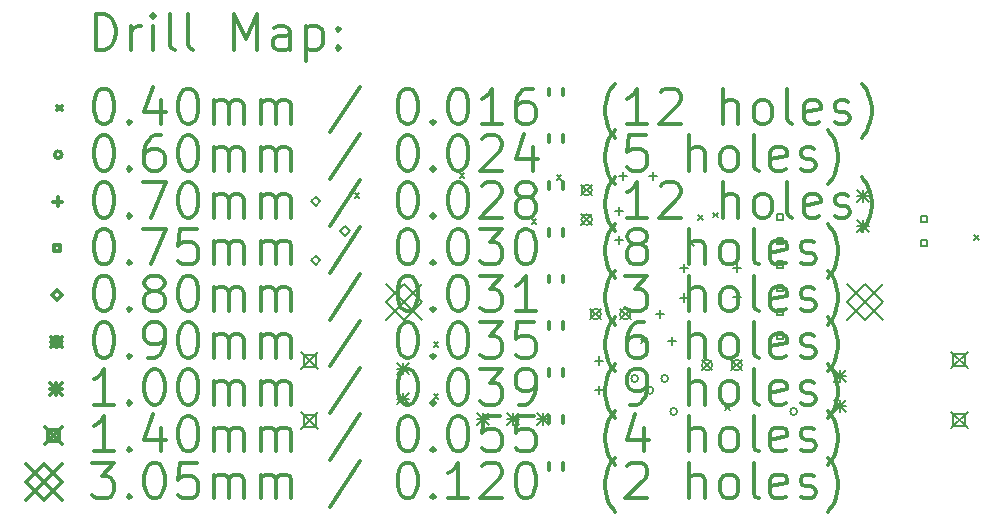
<source format=gbr>
%FSLAX45Y45*%
G04 Gerber Fmt 4.5, Leading zero omitted, Abs format (unit mm)*
G04 Created by KiCad (PCBNEW 5.1.5+dfsg1-2build2) date 2022-05-23 14:10:43*
%MOMM*%
%LPD*%
G04 APERTURE LIST*
%ADD10C,0.200000*%
%ADD11C,0.300000*%
G04 APERTURE END LIST*
D10*
X2480000Y-1680000D02*
X2520000Y-1720000D01*
X2520000Y-1680000D02*
X2480000Y-1720000D01*
X3150000Y-2940000D02*
X3190000Y-2980000D01*
X3190000Y-2940000D02*
X3150000Y-2980000D01*
X3150000Y-3380000D02*
X3190000Y-3420000D01*
X3190000Y-3380000D02*
X3150000Y-3420000D01*
X3369000Y-1511000D02*
X3409000Y-1551000D01*
X3409000Y-1511000D02*
X3369000Y-1551000D01*
X3980000Y-1900000D02*
X4020000Y-1940000D01*
X4020000Y-1900000D02*
X3980000Y-1940000D01*
X4190000Y-1530000D02*
X4230000Y-1570000D01*
X4230000Y-1530000D02*
X4190000Y-1570000D01*
X4907600Y-2913700D02*
X4947600Y-2953700D01*
X4947600Y-2913700D02*
X4907600Y-2953700D01*
X5314000Y-2088200D02*
X5354000Y-2128200D01*
X5354000Y-2088200D02*
X5314000Y-2128200D01*
X5390200Y-1870000D02*
X5430200Y-1910000D01*
X5430200Y-1870000D02*
X5390200Y-1910000D01*
X5517200Y-1846900D02*
X5557200Y-1886900D01*
X5557200Y-1846900D02*
X5517200Y-1886900D01*
X5620000Y-3480000D02*
X5660000Y-3520000D01*
X5660000Y-3480000D02*
X5620000Y-3520000D01*
X7727000Y-2037400D02*
X7767000Y-2077400D01*
X7767000Y-2037400D02*
X7727000Y-2077400D01*
X5211600Y-3530600D02*
G75*
G03X5211600Y-3530600I-30000J0D01*
G01*
X6227600Y-3530600D02*
G75*
G03X6227600Y-3530600I-30000J0D01*
G01*
X4881400Y-3251200D02*
G75*
G03X4881400Y-3251200I-30000J0D01*
G01*
X5010000Y-3350000D02*
G75*
G03X5010000Y-3350000I-30000J0D01*
G01*
X5135400Y-3251200D02*
G75*
G03X5135400Y-3251200I-30000J0D01*
G01*
X5270500Y-2280400D02*
X5270500Y-2350400D01*
X5235500Y-2315400D02*
X5305500Y-2315400D01*
X5270500Y-2530400D02*
X5270500Y-2600400D01*
X5235500Y-2565400D02*
X5305500Y-2565400D01*
X4546600Y-3063800D02*
X4546600Y-3133800D01*
X4511600Y-3098800D02*
X4581600Y-3098800D01*
X4546600Y-3313800D02*
X4546600Y-3383800D01*
X4511600Y-3348800D02*
X4581600Y-3348800D01*
X4753800Y-1501700D02*
X4753800Y-1571700D01*
X4718800Y-1536700D02*
X4788800Y-1536700D01*
X5003800Y-1501700D02*
X5003800Y-1571700D01*
X4968800Y-1536700D02*
X5038800Y-1536700D01*
X5715000Y-2276400D02*
X5715000Y-2346400D01*
X5680000Y-2311400D02*
X5750000Y-2311400D01*
X5715000Y-2526400D02*
X5715000Y-2596400D01*
X5680000Y-2561400D02*
X5750000Y-2561400D01*
X5063245Y-2672123D02*
X5063245Y-2742123D01*
X5028245Y-2707123D02*
X5098245Y-2707123D01*
X5168900Y-2898700D02*
X5168900Y-2968700D01*
X5133900Y-2933700D02*
X5203900Y-2933700D01*
X4720000Y-1795000D02*
X4720000Y-1865000D01*
X4685000Y-1830000D02*
X4755000Y-1830000D01*
X4720000Y-2045000D02*
X4720000Y-2115000D01*
X4685000Y-2080000D02*
X4755000Y-2080000D01*
X7326517Y-1926517D02*
X7326517Y-1873483D01*
X7273483Y-1873483D01*
X7273483Y-1926517D01*
X7326517Y-1926517D01*
X7326517Y-2126517D02*
X7326517Y-2073483D01*
X7273483Y-2073483D01*
X7273483Y-2126517D01*
X7326517Y-2126517D01*
X6107817Y-1911717D02*
X6107817Y-1858683D01*
X6054783Y-1858683D01*
X6054783Y-1911717D01*
X6107817Y-1911717D01*
X6107817Y-2111717D02*
X6107817Y-2058683D01*
X6054783Y-2058683D01*
X6054783Y-2111717D01*
X6107817Y-2111717D01*
X6107817Y-2311717D02*
X6107817Y-2258683D01*
X6054783Y-2258683D01*
X6054783Y-2311717D01*
X6107817Y-2311717D01*
X6107817Y-2511717D02*
X6107817Y-2458683D01*
X6054783Y-2458683D01*
X6054783Y-2511717D01*
X6107817Y-2511717D01*
X6107817Y-2711717D02*
X6107817Y-2658683D01*
X6054783Y-2658683D01*
X6054783Y-2711717D01*
X6107817Y-2711717D01*
X6107817Y-2911717D02*
X6107817Y-2858683D01*
X6054783Y-2858683D01*
X6054783Y-2911717D01*
X6107817Y-2911717D01*
X2150000Y-1790000D02*
X2190000Y-1750000D01*
X2150000Y-1710000D01*
X2110000Y-1750000D01*
X2150000Y-1790000D01*
X2150000Y-2290000D02*
X2190000Y-2250000D01*
X2150000Y-2210000D01*
X2110000Y-2250000D01*
X2150000Y-2290000D01*
X2400000Y-2040000D02*
X2440000Y-2000000D01*
X2400000Y-1960000D01*
X2360000Y-2000000D01*
X2400000Y-2040000D01*
X4476200Y-2660100D02*
X4566200Y-2750100D01*
X4566200Y-2660100D02*
X4476200Y-2750100D01*
X4566200Y-2705100D02*
G75*
G03X4566200Y-2705100I-45000J0D01*
G01*
X4726200Y-2660100D02*
X4816200Y-2750100D01*
X4816200Y-2660100D02*
X4726200Y-2750100D01*
X4816200Y-2705100D02*
G75*
G03X4816200Y-2705100I-45000J0D01*
G01*
X4400000Y-1610000D02*
X4490000Y-1700000D01*
X4490000Y-1610000D02*
X4400000Y-1700000D01*
X4490000Y-1655000D02*
G75*
G03X4490000Y-1655000I-45000J0D01*
G01*
X4400000Y-1860000D02*
X4490000Y-1950000D01*
X4490000Y-1860000D02*
X4400000Y-1950000D01*
X4490000Y-1905000D02*
G75*
G03X4490000Y-1905000I-45000J0D01*
G01*
X5420000Y-3091900D02*
X5510000Y-3181900D01*
X5510000Y-3091900D02*
X5420000Y-3181900D01*
X5510000Y-3136900D02*
G75*
G03X5510000Y-3136900I-45000J0D01*
G01*
X5670000Y-3091900D02*
X5760000Y-3181900D01*
X5760000Y-3091900D02*
X5670000Y-3181900D01*
X5760000Y-3136900D02*
G75*
G03X5760000Y-3136900I-45000J0D01*
G01*
X2840000Y-3116000D02*
X2940000Y-3216000D01*
X2940000Y-3116000D02*
X2840000Y-3216000D01*
X2890000Y-3116000D02*
X2890000Y-3216000D01*
X2840000Y-3166000D02*
X2940000Y-3166000D01*
X2840000Y-3370000D02*
X2940000Y-3470000D01*
X2940000Y-3370000D02*
X2840000Y-3470000D01*
X2890000Y-3370000D02*
X2890000Y-3470000D01*
X2840000Y-3420000D02*
X2940000Y-3420000D01*
X6540000Y-3176000D02*
X6640000Y-3276000D01*
X6640000Y-3176000D02*
X6540000Y-3276000D01*
X6590000Y-3176000D02*
X6590000Y-3276000D01*
X6540000Y-3226000D02*
X6640000Y-3226000D01*
X6540000Y-3430000D02*
X6640000Y-3530000D01*
X6640000Y-3430000D02*
X6540000Y-3530000D01*
X6590000Y-3430000D02*
X6590000Y-3530000D01*
X6540000Y-3480000D02*
X6640000Y-3480000D01*
X3518700Y-3544100D02*
X3618700Y-3644100D01*
X3618700Y-3544100D02*
X3518700Y-3644100D01*
X3568700Y-3544100D02*
X3568700Y-3644100D01*
X3518700Y-3594100D02*
X3618700Y-3594100D01*
X3772700Y-3544100D02*
X3872700Y-3644100D01*
X3872700Y-3544100D02*
X3772700Y-3644100D01*
X3822700Y-3544100D02*
X3822700Y-3644100D01*
X3772700Y-3594100D02*
X3872700Y-3594100D01*
X4026700Y-3544100D02*
X4126700Y-3644100D01*
X4126700Y-3544100D02*
X4026700Y-3644100D01*
X4076700Y-3544100D02*
X4076700Y-3644100D01*
X4026700Y-3594100D02*
X4126700Y-3594100D01*
X6731800Y-1651800D02*
X6831800Y-1751800D01*
X6831800Y-1651800D02*
X6731800Y-1751800D01*
X6781800Y-1651800D02*
X6781800Y-1751800D01*
X6731800Y-1701800D02*
X6831800Y-1701800D01*
X6731800Y-1905800D02*
X6831800Y-2005800D01*
X6831800Y-1905800D02*
X6731800Y-2005800D01*
X6781800Y-1905800D02*
X6781800Y-2005800D01*
X6731800Y-1955800D02*
X6831800Y-1955800D01*
X7530000Y-3022000D02*
X7670000Y-3162000D01*
X7670000Y-3022000D02*
X7530000Y-3162000D01*
X7649498Y-3141498D02*
X7649498Y-3042502D01*
X7550502Y-3042502D01*
X7550502Y-3141498D01*
X7649498Y-3141498D01*
X7530000Y-3530000D02*
X7670000Y-3670000D01*
X7670000Y-3530000D02*
X7530000Y-3670000D01*
X7649498Y-3649498D02*
X7649498Y-3550502D01*
X7550502Y-3550502D01*
X7550502Y-3649498D01*
X7649498Y-3649498D01*
X2030000Y-3030000D02*
X2170000Y-3170000D01*
X2170000Y-3030000D02*
X2030000Y-3170000D01*
X2149498Y-3149498D02*
X2149498Y-3050502D01*
X2050502Y-3050502D01*
X2050502Y-3149498D01*
X2149498Y-3149498D01*
X2030000Y-3538000D02*
X2170000Y-3678000D01*
X2170000Y-3538000D02*
X2030000Y-3678000D01*
X2149498Y-3657498D02*
X2149498Y-3558502D01*
X2050502Y-3558502D01*
X2050502Y-3657498D01*
X2149498Y-3657498D01*
X6647600Y-2447600D02*
X6952400Y-2752400D01*
X6952400Y-2447600D02*
X6647600Y-2752400D01*
X6800000Y-2752400D02*
X6952400Y-2600000D01*
X6800000Y-2447600D01*
X6647600Y-2600000D01*
X6800000Y-2752400D01*
X2747600Y-2447600D02*
X3052400Y-2752400D01*
X3052400Y-2447600D02*
X2747600Y-2752400D01*
X2900000Y-2752400D02*
X3052400Y-2600000D01*
X2900000Y-2447600D01*
X2747600Y-2600000D01*
X2900000Y-2752400D01*
D11*
X286429Y-465714D02*
X286429Y-165714D01*
X357857Y-165714D01*
X400714Y-180000D01*
X429286Y-208571D01*
X443571Y-237143D01*
X457857Y-294286D01*
X457857Y-337143D01*
X443571Y-394286D01*
X429286Y-422857D01*
X400714Y-451428D01*
X357857Y-465714D01*
X286429Y-465714D01*
X586429Y-465714D02*
X586429Y-265714D01*
X586429Y-322857D02*
X600714Y-294286D01*
X615000Y-280000D01*
X643571Y-265714D01*
X672143Y-265714D01*
X772143Y-465714D02*
X772143Y-265714D01*
X772143Y-165714D02*
X757857Y-180000D01*
X772143Y-194286D01*
X786428Y-180000D01*
X772143Y-165714D01*
X772143Y-194286D01*
X957857Y-465714D02*
X929286Y-451428D01*
X915000Y-422857D01*
X915000Y-165714D01*
X1115000Y-465714D02*
X1086429Y-451428D01*
X1072143Y-422857D01*
X1072143Y-165714D01*
X1457857Y-465714D02*
X1457857Y-165714D01*
X1557857Y-380000D01*
X1657857Y-165714D01*
X1657857Y-465714D01*
X1929286Y-465714D02*
X1929286Y-308571D01*
X1915000Y-280000D01*
X1886428Y-265714D01*
X1829286Y-265714D01*
X1800714Y-280000D01*
X1929286Y-451428D02*
X1900714Y-465714D01*
X1829286Y-465714D01*
X1800714Y-451428D01*
X1786428Y-422857D01*
X1786428Y-394286D01*
X1800714Y-365714D01*
X1829286Y-351428D01*
X1900714Y-351428D01*
X1929286Y-337143D01*
X2072143Y-265714D02*
X2072143Y-565714D01*
X2072143Y-280000D02*
X2100714Y-265714D01*
X2157857Y-265714D01*
X2186429Y-280000D01*
X2200714Y-294286D01*
X2215000Y-322857D01*
X2215000Y-408571D01*
X2200714Y-437143D01*
X2186429Y-451428D01*
X2157857Y-465714D01*
X2100714Y-465714D01*
X2072143Y-451428D01*
X2343571Y-437143D02*
X2357857Y-451428D01*
X2343571Y-465714D01*
X2329286Y-451428D01*
X2343571Y-437143D01*
X2343571Y-465714D01*
X2343571Y-280000D02*
X2357857Y-294286D01*
X2343571Y-308571D01*
X2329286Y-294286D01*
X2343571Y-280000D01*
X2343571Y-308571D01*
X-40000Y-940000D02*
X0Y-980000D01*
X0Y-940000D02*
X-40000Y-980000D01*
X343571Y-795714D02*
X372143Y-795714D01*
X400714Y-810000D01*
X415000Y-824286D01*
X429286Y-852857D01*
X443571Y-910000D01*
X443571Y-981428D01*
X429286Y-1038571D01*
X415000Y-1067143D01*
X400714Y-1081429D01*
X372143Y-1095714D01*
X343571Y-1095714D01*
X315000Y-1081429D01*
X300714Y-1067143D01*
X286429Y-1038571D01*
X272143Y-981428D01*
X272143Y-910000D01*
X286429Y-852857D01*
X300714Y-824286D01*
X315000Y-810000D01*
X343571Y-795714D01*
X572143Y-1067143D02*
X586429Y-1081429D01*
X572143Y-1095714D01*
X557857Y-1081429D01*
X572143Y-1067143D01*
X572143Y-1095714D01*
X843571Y-895714D02*
X843571Y-1095714D01*
X772143Y-781428D02*
X700714Y-995714D01*
X886428Y-995714D01*
X1057857Y-795714D02*
X1086429Y-795714D01*
X1115000Y-810000D01*
X1129286Y-824286D01*
X1143571Y-852857D01*
X1157857Y-910000D01*
X1157857Y-981428D01*
X1143571Y-1038571D01*
X1129286Y-1067143D01*
X1115000Y-1081429D01*
X1086429Y-1095714D01*
X1057857Y-1095714D01*
X1029286Y-1081429D01*
X1015000Y-1067143D01*
X1000714Y-1038571D01*
X986428Y-981428D01*
X986428Y-910000D01*
X1000714Y-852857D01*
X1015000Y-824286D01*
X1029286Y-810000D01*
X1057857Y-795714D01*
X1286429Y-1095714D02*
X1286429Y-895714D01*
X1286429Y-924286D02*
X1300714Y-910000D01*
X1329286Y-895714D01*
X1372143Y-895714D01*
X1400714Y-910000D01*
X1415000Y-938571D01*
X1415000Y-1095714D01*
X1415000Y-938571D02*
X1429286Y-910000D01*
X1457857Y-895714D01*
X1500714Y-895714D01*
X1529286Y-910000D01*
X1543571Y-938571D01*
X1543571Y-1095714D01*
X1686428Y-1095714D02*
X1686428Y-895714D01*
X1686428Y-924286D02*
X1700714Y-910000D01*
X1729286Y-895714D01*
X1772143Y-895714D01*
X1800714Y-910000D01*
X1815000Y-938571D01*
X1815000Y-1095714D01*
X1815000Y-938571D02*
X1829286Y-910000D01*
X1857857Y-895714D01*
X1900714Y-895714D01*
X1929286Y-910000D01*
X1943571Y-938571D01*
X1943571Y-1095714D01*
X2529286Y-781428D02*
X2272143Y-1167143D01*
X2915000Y-795714D02*
X2943571Y-795714D01*
X2972143Y-810000D01*
X2986428Y-824286D01*
X3000714Y-852857D01*
X3015000Y-910000D01*
X3015000Y-981428D01*
X3000714Y-1038571D01*
X2986428Y-1067143D01*
X2972143Y-1081429D01*
X2943571Y-1095714D01*
X2915000Y-1095714D01*
X2886428Y-1081429D01*
X2872143Y-1067143D01*
X2857857Y-1038571D01*
X2843571Y-981428D01*
X2843571Y-910000D01*
X2857857Y-852857D01*
X2872143Y-824286D01*
X2886428Y-810000D01*
X2915000Y-795714D01*
X3143571Y-1067143D02*
X3157857Y-1081429D01*
X3143571Y-1095714D01*
X3129286Y-1081429D01*
X3143571Y-1067143D01*
X3143571Y-1095714D01*
X3343571Y-795714D02*
X3372143Y-795714D01*
X3400714Y-810000D01*
X3415000Y-824286D01*
X3429286Y-852857D01*
X3443571Y-910000D01*
X3443571Y-981428D01*
X3429286Y-1038571D01*
X3415000Y-1067143D01*
X3400714Y-1081429D01*
X3372143Y-1095714D01*
X3343571Y-1095714D01*
X3315000Y-1081429D01*
X3300714Y-1067143D01*
X3286428Y-1038571D01*
X3272143Y-981428D01*
X3272143Y-910000D01*
X3286428Y-852857D01*
X3300714Y-824286D01*
X3315000Y-810000D01*
X3343571Y-795714D01*
X3729286Y-1095714D02*
X3557857Y-1095714D01*
X3643571Y-1095714D02*
X3643571Y-795714D01*
X3615000Y-838571D01*
X3586428Y-867143D01*
X3557857Y-881428D01*
X3986428Y-795714D02*
X3929286Y-795714D01*
X3900714Y-810000D01*
X3886428Y-824286D01*
X3857857Y-867143D01*
X3843571Y-924286D01*
X3843571Y-1038571D01*
X3857857Y-1067143D01*
X3872143Y-1081429D01*
X3900714Y-1095714D01*
X3957857Y-1095714D01*
X3986428Y-1081429D01*
X4000714Y-1067143D01*
X4015000Y-1038571D01*
X4015000Y-967143D01*
X4000714Y-938571D01*
X3986428Y-924286D01*
X3957857Y-910000D01*
X3900714Y-910000D01*
X3872143Y-924286D01*
X3857857Y-938571D01*
X3843571Y-967143D01*
X4129286Y-795714D02*
X4129286Y-852857D01*
X4243571Y-795714D02*
X4243571Y-852857D01*
X4686429Y-1210000D02*
X4672143Y-1195714D01*
X4643571Y-1152857D01*
X4629286Y-1124286D01*
X4615000Y-1081429D01*
X4600714Y-1010000D01*
X4600714Y-952857D01*
X4615000Y-881428D01*
X4629286Y-838571D01*
X4643571Y-810000D01*
X4672143Y-767143D01*
X4686429Y-752857D01*
X4957857Y-1095714D02*
X4786429Y-1095714D01*
X4872143Y-1095714D02*
X4872143Y-795714D01*
X4843571Y-838571D01*
X4815000Y-867143D01*
X4786429Y-881428D01*
X5072143Y-824286D02*
X5086429Y-810000D01*
X5115000Y-795714D01*
X5186429Y-795714D01*
X5215000Y-810000D01*
X5229286Y-824286D01*
X5243571Y-852857D01*
X5243571Y-881428D01*
X5229286Y-924286D01*
X5057857Y-1095714D01*
X5243571Y-1095714D01*
X5600714Y-1095714D02*
X5600714Y-795714D01*
X5729286Y-1095714D02*
X5729286Y-938571D01*
X5715000Y-910000D01*
X5686428Y-895714D01*
X5643571Y-895714D01*
X5615000Y-910000D01*
X5600714Y-924286D01*
X5915000Y-1095714D02*
X5886428Y-1081429D01*
X5872143Y-1067143D01*
X5857857Y-1038571D01*
X5857857Y-952857D01*
X5872143Y-924286D01*
X5886428Y-910000D01*
X5915000Y-895714D01*
X5957857Y-895714D01*
X5986428Y-910000D01*
X6000714Y-924286D01*
X6015000Y-952857D01*
X6015000Y-1038571D01*
X6000714Y-1067143D01*
X5986428Y-1081429D01*
X5957857Y-1095714D01*
X5915000Y-1095714D01*
X6186428Y-1095714D02*
X6157857Y-1081429D01*
X6143571Y-1052857D01*
X6143571Y-795714D01*
X6415000Y-1081429D02*
X6386428Y-1095714D01*
X6329286Y-1095714D01*
X6300714Y-1081429D01*
X6286428Y-1052857D01*
X6286428Y-938571D01*
X6300714Y-910000D01*
X6329286Y-895714D01*
X6386428Y-895714D01*
X6415000Y-910000D01*
X6429286Y-938571D01*
X6429286Y-967143D01*
X6286428Y-995714D01*
X6543571Y-1081429D02*
X6572143Y-1095714D01*
X6629286Y-1095714D01*
X6657857Y-1081429D01*
X6672143Y-1052857D01*
X6672143Y-1038571D01*
X6657857Y-1010000D01*
X6629286Y-995714D01*
X6586428Y-995714D01*
X6557857Y-981428D01*
X6543571Y-952857D01*
X6543571Y-938571D01*
X6557857Y-910000D01*
X6586428Y-895714D01*
X6629286Y-895714D01*
X6657857Y-910000D01*
X6772143Y-1210000D02*
X6786428Y-1195714D01*
X6815000Y-1152857D01*
X6829286Y-1124286D01*
X6843571Y-1081429D01*
X6857857Y-1010000D01*
X6857857Y-952857D01*
X6843571Y-881428D01*
X6829286Y-838571D01*
X6815000Y-810000D01*
X6786428Y-767143D01*
X6772143Y-752857D01*
X0Y-1356000D02*
G75*
G03X0Y-1356000I-30000J0D01*
G01*
X343571Y-1191714D02*
X372143Y-1191714D01*
X400714Y-1206000D01*
X415000Y-1220286D01*
X429286Y-1248857D01*
X443571Y-1306000D01*
X443571Y-1377429D01*
X429286Y-1434571D01*
X415000Y-1463143D01*
X400714Y-1477428D01*
X372143Y-1491714D01*
X343571Y-1491714D01*
X315000Y-1477428D01*
X300714Y-1463143D01*
X286429Y-1434571D01*
X272143Y-1377429D01*
X272143Y-1306000D01*
X286429Y-1248857D01*
X300714Y-1220286D01*
X315000Y-1206000D01*
X343571Y-1191714D01*
X572143Y-1463143D02*
X586429Y-1477428D01*
X572143Y-1491714D01*
X557857Y-1477428D01*
X572143Y-1463143D01*
X572143Y-1491714D01*
X843571Y-1191714D02*
X786428Y-1191714D01*
X757857Y-1206000D01*
X743571Y-1220286D01*
X715000Y-1263143D01*
X700714Y-1320286D01*
X700714Y-1434571D01*
X715000Y-1463143D01*
X729286Y-1477428D01*
X757857Y-1491714D01*
X815000Y-1491714D01*
X843571Y-1477428D01*
X857857Y-1463143D01*
X872143Y-1434571D01*
X872143Y-1363143D01*
X857857Y-1334571D01*
X843571Y-1320286D01*
X815000Y-1306000D01*
X757857Y-1306000D01*
X729286Y-1320286D01*
X715000Y-1334571D01*
X700714Y-1363143D01*
X1057857Y-1191714D02*
X1086429Y-1191714D01*
X1115000Y-1206000D01*
X1129286Y-1220286D01*
X1143571Y-1248857D01*
X1157857Y-1306000D01*
X1157857Y-1377429D01*
X1143571Y-1434571D01*
X1129286Y-1463143D01*
X1115000Y-1477428D01*
X1086429Y-1491714D01*
X1057857Y-1491714D01*
X1029286Y-1477428D01*
X1015000Y-1463143D01*
X1000714Y-1434571D01*
X986428Y-1377429D01*
X986428Y-1306000D01*
X1000714Y-1248857D01*
X1015000Y-1220286D01*
X1029286Y-1206000D01*
X1057857Y-1191714D01*
X1286429Y-1491714D02*
X1286429Y-1291714D01*
X1286429Y-1320286D02*
X1300714Y-1306000D01*
X1329286Y-1291714D01*
X1372143Y-1291714D01*
X1400714Y-1306000D01*
X1415000Y-1334571D01*
X1415000Y-1491714D01*
X1415000Y-1334571D02*
X1429286Y-1306000D01*
X1457857Y-1291714D01*
X1500714Y-1291714D01*
X1529286Y-1306000D01*
X1543571Y-1334571D01*
X1543571Y-1491714D01*
X1686428Y-1491714D02*
X1686428Y-1291714D01*
X1686428Y-1320286D02*
X1700714Y-1306000D01*
X1729286Y-1291714D01*
X1772143Y-1291714D01*
X1800714Y-1306000D01*
X1815000Y-1334571D01*
X1815000Y-1491714D01*
X1815000Y-1334571D02*
X1829286Y-1306000D01*
X1857857Y-1291714D01*
X1900714Y-1291714D01*
X1929286Y-1306000D01*
X1943571Y-1334571D01*
X1943571Y-1491714D01*
X2529286Y-1177429D02*
X2272143Y-1563143D01*
X2915000Y-1191714D02*
X2943571Y-1191714D01*
X2972143Y-1206000D01*
X2986428Y-1220286D01*
X3000714Y-1248857D01*
X3015000Y-1306000D01*
X3015000Y-1377429D01*
X3000714Y-1434571D01*
X2986428Y-1463143D01*
X2972143Y-1477428D01*
X2943571Y-1491714D01*
X2915000Y-1491714D01*
X2886428Y-1477428D01*
X2872143Y-1463143D01*
X2857857Y-1434571D01*
X2843571Y-1377429D01*
X2843571Y-1306000D01*
X2857857Y-1248857D01*
X2872143Y-1220286D01*
X2886428Y-1206000D01*
X2915000Y-1191714D01*
X3143571Y-1463143D02*
X3157857Y-1477428D01*
X3143571Y-1491714D01*
X3129286Y-1477428D01*
X3143571Y-1463143D01*
X3143571Y-1491714D01*
X3343571Y-1191714D02*
X3372143Y-1191714D01*
X3400714Y-1206000D01*
X3415000Y-1220286D01*
X3429286Y-1248857D01*
X3443571Y-1306000D01*
X3443571Y-1377429D01*
X3429286Y-1434571D01*
X3415000Y-1463143D01*
X3400714Y-1477428D01*
X3372143Y-1491714D01*
X3343571Y-1491714D01*
X3315000Y-1477428D01*
X3300714Y-1463143D01*
X3286428Y-1434571D01*
X3272143Y-1377429D01*
X3272143Y-1306000D01*
X3286428Y-1248857D01*
X3300714Y-1220286D01*
X3315000Y-1206000D01*
X3343571Y-1191714D01*
X3557857Y-1220286D02*
X3572143Y-1206000D01*
X3600714Y-1191714D01*
X3672143Y-1191714D01*
X3700714Y-1206000D01*
X3715000Y-1220286D01*
X3729286Y-1248857D01*
X3729286Y-1277429D01*
X3715000Y-1320286D01*
X3543571Y-1491714D01*
X3729286Y-1491714D01*
X3986428Y-1291714D02*
X3986428Y-1491714D01*
X3915000Y-1177429D02*
X3843571Y-1391714D01*
X4029286Y-1391714D01*
X4129286Y-1191714D02*
X4129286Y-1248857D01*
X4243571Y-1191714D02*
X4243571Y-1248857D01*
X4686429Y-1606000D02*
X4672143Y-1591714D01*
X4643571Y-1548857D01*
X4629286Y-1520286D01*
X4615000Y-1477428D01*
X4600714Y-1406000D01*
X4600714Y-1348857D01*
X4615000Y-1277429D01*
X4629286Y-1234571D01*
X4643571Y-1206000D01*
X4672143Y-1163143D01*
X4686429Y-1148857D01*
X4943571Y-1191714D02*
X4800714Y-1191714D01*
X4786429Y-1334571D01*
X4800714Y-1320286D01*
X4829286Y-1306000D01*
X4900714Y-1306000D01*
X4929286Y-1320286D01*
X4943571Y-1334571D01*
X4957857Y-1363143D01*
X4957857Y-1434571D01*
X4943571Y-1463143D01*
X4929286Y-1477428D01*
X4900714Y-1491714D01*
X4829286Y-1491714D01*
X4800714Y-1477428D01*
X4786429Y-1463143D01*
X5315000Y-1491714D02*
X5315000Y-1191714D01*
X5443571Y-1491714D02*
X5443571Y-1334571D01*
X5429286Y-1306000D01*
X5400714Y-1291714D01*
X5357857Y-1291714D01*
X5329286Y-1306000D01*
X5315000Y-1320286D01*
X5629286Y-1491714D02*
X5600714Y-1477428D01*
X5586429Y-1463143D01*
X5572143Y-1434571D01*
X5572143Y-1348857D01*
X5586429Y-1320286D01*
X5600714Y-1306000D01*
X5629286Y-1291714D01*
X5672143Y-1291714D01*
X5700714Y-1306000D01*
X5715000Y-1320286D01*
X5729286Y-1348857D01*
X5729286Y-1434571D01*
X5715000Y-1463143D01*
X5700714Y-1477428D01*
X5672143Y-1491714D01*
X5629286Y-1491714D01*
X5900714Y-1491714D02*
X5872143Y-1477428D01*
X5857857Y-1448857D01*
X5857857Y-1191714D01*
X6129286Y-1477428D02*
X6100714Y-1491714D01*
X6043571Y-1491714D01*
X6015000Y-1477428D01*
X6000714Y-1448857D01*
X6000714Y-1334571D01*
X6015000Y-1306000D01*
X6043571Y-1291714D01*
X6100714Y-1291714D01*
X6129286Y-1306000D01*
X6143571Y-1334571D01*
X6143571Y-1363143D01*
X6000714Y-1391714D01*
X6257857Y-1477428D02*
X6286428Y-1491714D01*
X6343571Y-1491714D01*
X6372143Y-1477428D01*
X6386428Y-1448857D01*
X6386428Y-1434571D01*
X6372143Y-1406000D01*
X6343571Y-1391714D01*
X6300714Y-1391714D01*
X6272143Y-1377429D01*
X6257857Y-1348857D01*
X6257857Y-1334571D01*
X6272143Y-1306000D01*
X6300714Y-1291714D01*
X6343571Y-1291714D01*
X6372143Y-1306000D01*
X6486428Y-1606000D02*
X6500714Y-1591714D01*
X6529286Y-1548857D01*
X6543571Y-1520286D01*
X6557857Y-1477428D01*
X6572143Y-1406000D01*
X6572143Y-1348857D01*
X6557857Y-1277429D01*
X6543571Y-1234571D01*
X6529286Y-1206000D01*
X6500714Y-1163143D01*
X6486428Y-1148857D01*
X-35000Y-1717000D02*
X-35000Y-1787000D01*
X-70000Y-1752000D02*
X0Y-1752000D01*
X343571Y-1587714D02*
X372143Y-1587714D01*
X400714Y-1602000D01*
X415000Y-1616286D01*
X429286Y-1644857D01*
X443571Y-1702000D01*
X443571Y-1773428D01*
X429286Y-1830571D01*
X415000Y-1859143D01*
X400714Y-1873428D01*
X372143Y-1887714D01*
X343571Y-1887714D01*
X315000Y-1873428D01*
X300714Y-1859143D01*
X286429Y-1830571D01*
X272143Y-1773428D01*
X272143Y-1702000D01*
X286429Y-1644857D01*
X300714Y-1616286D01*
X315000Y-1602000D01*
X343571Y-1587714D01*
X572143Y-1859143D02*
X586429Y-1873428D01*
X572143Y-1887714D01*
X557857Y-1873428D01*
X572143Y-1859143D01*
X572143Y-1887714D01*
X686429Y-1587714D02*
X886428Y-1587714D01*
X757857Y-1887714D01*
X1057857Y-1587714D02*
X1086429Y-1587714D01*
X1115000Y-1602000D01*
X1129286Y-1616286D01*
X1143571Y-1644857D01*
X1157857Y-1702000D01*
X1157857Y-1773428D01*
X1143571Y-1830571D01*
X1129286Y-1859143D01*
X1115000Y-1873428D01*
X1086429Y-1887714D01*
X1057857Y-1887714D01*
X1029286Y-1873428D01*
X1015000Y-1859143D01*
X1000714Y-1830571D01*
X986428Y-1773428D01*
X986428Y-1702000D01*
X1000714Y-1644857D01*
X1015000Y-1616286D01*
X1029286Y-1602000D01*
X1057857Y-1587714D01*
X1286429Y-1887714D02*
X1286429Y-1687714D01*
X1286429Y-1716286D02*
X1300714Y-1702000D01*
X1329286Y-1687714D01*
X1372143Y-1687714D01*
X1400714Y-1702000D01*
X1415000Y-1730571D01*
X1415000Y-1887714D01*
X1415000Y-1730571D02*
X1429286Y-1702000D01*
X1457857Y-1687714D01*
X1500714Y-1687714D01*
X1529286Y-1702000D01*
X1543571Y-1730571D01*
X1543571Y-1887714D01*
X1686428Y-1887714D02*
X1686428Y-1687714D01*
X1686428Y-1716286D02*
X1700714Y-1702000D01*
X1729286Y-1687714D01*
X1772143Y-1687714D01*
X1800714Y-1702000D01*
X1815000Y-1730571D01*
X1815000Y-1887714D01*
X1815000Y-1730571D02*
X1829286Y-1702000D01*
X1857857Y-1687714D01*
X1900714Y-1687714D01*
X1929286Y-1702000D01*
X1943571Y-1730571D01*
X1943571Y-1887714D01*
X2529286Y-1573428D02*
X2272143Y-1959143D01*
X2915000Y-1587714D02*
X2943571Y-1587714D01*
X2972143Y-1602000D01*
X2986428Y-1616286D01*
X3000714Y-1644857D01*
X3015000Y-1702000D01*
X3015000Y-1773428D01*
X3000714Y-1830571D01*
X2986428Y-1859143D01*
X2972143Y-1873428D01*
X2943571Y-1887714D01*
X2915000Y-1887714D01*
X2886428Y-1873428D01*
X2872143Y-1859143D01*
X2857857Y-1830571D01*
X2843571Y-1773428D01*
X2843571Y-1702000D01*
X2857857Y-1644857D01*
X2872143Y-1616286D01*
X2886428Y-1602000D01*
X2915000Y-1587714D01*
X3143571Y-1859143D02*
X3157857Y-1873428D01*
X3143571Y-1887714D01*
X3129286Y-1873428D01*
X3143571Y-1859143D01*
X3143571Y-1887714D01*
X3343571Y-1587714D02*
X3372143Y-1587714D01*
X3400714Y-1602000D01*
X3415000Y-1616286D01*
X3429286Y-1644857D01*
X3443571Y-1702000D01*
X3443571Y-1773428D01*
X3429286Y-1830571D01*
X3415000Y-1859143D01*
X3400714Y-1873428D01*
X3372143Y-1887714D01*
X3343571Y-1887714D01*
X3315000Y-1873428D01*
X3300714Y-1859143D01*
X3286428Y-1830571D01*
X3272143Y-1773428D01*
X3272143Y-1702000D01*
X3286428Y-1644857D01*
X3300714Y-1616286D01*
X3315000Y-1602000D01*
X3343571Y-1587714D01*
X3557857Y-1616286D02*
X3572143Y-1602000D01*
X3600714Y-1587714D01*
X3672143Y-1587714D01*
X3700714Y-1602000D01*
X3715000Y-1616286D01*
X3729286Y-1644857D01*
X3729286Y-1673428D01*
X3715000Y-1716286D01*
X3543571Y-1887714D01*
X3729286Y-1887714D01*
X3900714Y-1716286D02*
X3872143Y-1702000D01*
X3857857Y-1687714D01*
X3843571Y-1659143D01*
X3843571Y-1644857D01*
X3857857Y-1616286D01*
X3872143Y-1602000D01*
X3900714Y-1587714D01*
X3957857Y-1587714D01*
X3986428Y-1602000D01*
X4000714Y-1616286D01*
X4015000Y-1644857D01*
X4015000Y-1659143D01*
X4000714Y-1687714D01*
X3986428Y-1702000D01*
X3957857Y-1716286D01*
X3900714Y-1716286D01*
X3872143Y-1730571D01*
X3857857Y-1744857D01*
X3843571Y-1773428D01*
X3843571Y-1830571D01*
X3857857Y-1859143D01*
X3872143Y-1873428D01*
X3900714Y-1887714D01*
X3957857Y-1887714D01*
X3986428Y-1873428D01*
X4000714Y-1859143D01*
X4015000Y-1830571D01*
X4015000Y-1773428D01*
X4000714Y-1744857D01*
X3986428Y-1730571D01*
X3957857Y-1716286D01*
X4129286Y-1587714D02*
X4129286Y-1644857D01*
X4243571Y-1587714D02*
X4243571Y-1644857D01*
X4686429Y-2002000D02*
X4672143Y-1987714D01*
X4643571Y-1944857D01*
X4629286Y-1916286D01*
X4615000Y-1873428D01*
X4600714Y-1802000D01*
X4600714Y-1744857D01*
X4615000Y-1673428D01*
X4629286Y-1630571D01*
X4643571Y-1602000D01*
X4672143Y-1559143D01*
X4686429Y-1544857D01*
X4957857Y-1887714D02*
X4786429Y-1887714D01*
X4872143Y-1887714D02*
X4872143Y-1587714D01*
X4843571Y-1630571D01*
X4815000Y-1659143D01*
X4786429Y-1673428D01*
X5072143Y-1616286D02*
X5086429Y-1602000D01*
X5115000Y-1587714D01*
X5186429Y-1587714D01*
X5215000Y-1602000D01*
X5229286Y-1616286D01*
X5243571Y-1644857D01*
X5243571Y-1673428D01*
X5229286Y-1716286D01*
X5057857Y-1887714D01*
X5243571Y-1887714D01*
X5600714Y-1887714D02*
X5600714Y-1587714D01*
X5729286Y-1887714D02*
X5729286Y-1730571D01*
X5715000Y-1702000D01*
X5686428Y-1687714D01*
X5643571Y-1687714D01*
X5615000Y-1702000D01*
X5600714Y-1716286D01*
X5915000Y-1887714D02*
X5886428Y-1873428D01*
X5872143Y-1859143D01*
X5857857Y-1830571D01*
X5857857Y-1744857D01*
X5872143Y-1716286D01*
X5886428Y-1702000D01*
X5915000Y-1687714D01*
X5957857Y-1687714D01*
X5986428Y-1702000D01*
X6000714Y-1716286D01*
X6015000Y-1744857D01*
X6015000Y-1830571D01*
X6000714Y-1859143D01*
X5986428Y-1873428D01*
X5957857Y-1887714D01*
X5915000Y-1887714D01*
X6186428Y-1887714D02*
X6157857Y-1873428D01*
X6143571Y-1844857D01*
X6143571Y-1587714D01*
X6415000Y-1873428D02*
X6386428Y-1887714D01*
X6329286Y-1887714D01*
X6300714Y-1873428D01*
X6286428Y-1844857D01*
X6286428Y-1730571D01*
X6300714Y-1702000D01*
X6329286Y-1687714D01*
X6386428Y-1687714D01*
X6415000Y-1702000D01*
X6429286Y-1730571D01*
X6429286Y-1759143D01*
X6286428Y-1787714D01*
X6543571Y-1873428D02*
X6572143Y-1887714D01*
X6629286Y-1887714D01*
X6657857Y-1873428D01*
X6672143Y-1844857D01*
X6672143Y-1830571D01*
X6657857Y-1802000D01*
X6629286Y-1787714D01*
X6586428Y-1787714D01*
X6557857Y-1773428D01*
X6543571Y-1744857D01*
X6543571Y-1730571D01*
X6557857Y-1702000D01*
X6586428Y-1687714D01*
X6629286Y-1687714D01*
X6657857Y-1702000D01*
X6772143Y-2002000D02*
X6786428Y-1987714D01*
X6815000Y-1944857D01*
X6829286Y-1916286D01*
X6843571Y-1873428D01*
X6857857Y-1802000D01*
X6857857Y-1744857D01*
X6843571Y-1673428D01*
X6829286Y-1630571D01*
X6815000Y-1602000D01*
X6786428Y-1559143D01*
X6772143Y-1544857D01*
X-10983Y-2174517D02*
X-10983Y-2121483D01*
X-64017Y-2121483D01*
X-64017Y-2174517D01*
X-10983Y-2174517D01*
X343571Y-1983714D02*
X372143Y-1983714D01*
X400714Y-1998000D01*
X415000Y-2012286D01*
X429286Y-2040857D01*
X443571Y-2098000D01*
X443571Y-2169429D01*
X429286Y-2226571D01*
X415000Y-2255143D01*
X400714Y-2269429D01*
X372143Y-2283714D01*
X343571Y-2283714D01*
X315000Y-2269429D01*
X300714Y-2255143D01*
X286429Y-2226571D01*
X272143Y-2169429D01*
X272143Y-2098000D01*
X286429Y-2040857D01*
X300714Y-2012286D01*
X315000Y-1998000D01*
X343571Y-1983714D01*
X572143Y-2255143D02*
X586429Y-2269429D01*
X572143Y-2283714D01*
X557857Y-2269429D01*
X572143Y-2255143D01*
X572143Y-2283714D01*
X686429Y-1983714D02*
X886428Y-1983714D01*
X757857Y-2283714D01*
X1143571Y-1983714D02*
X1000714Y-1983714D01*
X986428Y-2126571D01*
X1000714Y-2112286D01*
X1029286Y-2098000D01*
X1100714Y-2098000D01*
X1129286Y-2112286D01*
X1143571Y-2126571D01*
X1157857Y-2155143D01*
X1157857Y-2226571D01*
X1143571Y-2255143D01*
X1129286Y-2269429D01*
X1100714Y-2283714D01*
X1029286Y-2283714D01*
X1000714Y-2269429D01*
X986428Y-2255143D01*
X1286429Y-2283714D02*
X1286429Y-2083714D01*
X1286429Y-2112286D02*
X1300714Y-2098000D01*
X1329286Y-2083714D01*
X1372143Y-2083714D01*
X1400714Y-2098000D01*
X1415000Y-2126571D01*
X1415000Y-2283714D01*
X1415000Y-2126571D02*
X1429286Y-2098000D01*
X1457857Y-2083714D01*
X1500714Y-2083714D01*
X1529286Y-2098000D01*
X1543571Y-2126571D01*
X1543571Y-2283714D01*
X1686428Y-2283714D02*
X1686428Y-2083714D01*
X1686428Y-2112286D02*
X1700714Y-2098000D01*
X1729286Y-2083714D01*
X1772143Y-2083714D01*
X1800714Y-2098000D01*
X1815000Y-2126571D01*
X1815000Y-2283714D01*
X1815000Y-2126571D02*
X1829286Y-2098000D01*
X1857857Y-2083714D01*
X1900714Y-2083714D01*
X1929286Y-2098000D01*
X1943571Y-2126571D01*
X1943571Y-2283714D01*
X2529286Y-1969428D02*
X2272143Y-2355143D01*
X2915000Y-1983714D02*
X2943571Y-1983714D01*
X2972143Y-1998000D01*
X2986428Y-2012286D01*
X3000714Y-2040857D01*
X3015000Y-2098000D01*
X3015000Y-2169429D01*
X3000714Y-2226571D01*
X2986428Y-2255143D01*
X2972143Y-2269429D01*
X2943571Y-2283714D01*
X2915000Y-2283714D01*
X2886428Y-2269429D01*
X2872143Y-2255143D01*
X2857857Y-2226571D01*
X2843571Y-2169429D01*
X2843571Y-2098000D01*
X2857857Y-2040857D01*
X2872143Y-2012286D01*
X2886428Y-1998000D01*
X2915000Y-1983714D01*
X3143571Y-2255143D02*
X3157857Y-2269429D01*
X3143571Y-2283714D01*
X3129286Y-2269429D01*
X3143571Y-2255143D01*
X3143571Y-2283714D01*
X3343571Y-1983714D02*
X3372143Y-1983714D01*
X3400714Y-1998000D01*
X3415000Y-2012286D01*
X3429286Y-2040857D01*
X3443571Y-2098000D01*
X3443571Y-2169429D01*
X3429286Y-2226571D01*
X3415000Y-2255143D01*
X3400714Y-2269429D01*
X3372143Y-2283714D01*
X3343571Y-2283714D01*
X3315000Y-2269429D01*
X3300714Y-2255143D01*
X3286428Y-2226571D01*
X3272143Y-2169429D01*
X3272143Y-2098000D01*
X3286428Y-2040857D01*
X3300714Y-2012286D01*
X3315000Y-1998000D01*
X3343571Y-1983714D01*
X3543571Y-1983714D02*
X3729286Y-1983714D01*
X3629286Y-2098000D01*
X3672143Y-2098000D01*
X3700714Y-2112286D01*
X3715000Y-2126571D01*
X3729286Y-2155143D01*
X3729286Y-2226571D01*
X3715000Y-2255143D01*
X3700714Y-2269429D01*
X3672143Y-2283714D01*
X3586428Y-2283714D01*
X3557857Y-2269429D01*
X3543571Y-2255143D01*
X3915000Y-1983714D02*
X3943571Y-1983714D01*
X3972143Y-1998000D01*
X3986428Y-2012286D01*
X4000714Y-2040857D01*
X4015000Y-2098000D01*
X4015000Y-2169429D01*
X4000714Y-2226571D01*
X3986428Y-2255143D01*
X3972143Y-2269429D01*
X3943571Y-2283714D01*
X3915000Y-2283714D01*
X3886428Y-2269429D01*
X3872143Y-2255143D01*
X3857857Y-2226571D01*
X3843571Y-2169429D01*
X3843571Y-2098000D01*
X3857857Y-2040857D01*
X3872143Y-2012286D01*
X3886428Y-1998000D01*
X3915000Y-1983714D01*
X4129286Y-1983714D02*
X4129286Y-2040857D01*
X4243571Y-1983714D02*
X4243571Y-2040857D01*
X4686429Y-2398000D02*
X4672143Y-2383714D01*
X4643571Y-2340857D01*
X4629286Y-2312286D01*
X4615000Y-2269429D01*
X4600714Y-2198000D01*
X4600714Y-2140857D01*
X4615000Y-2069428D01*
X4629286Y-2026571D01*
X4643571Y-1998000D01*
X4672143Y-1955143D01*
X4686429Y-1940857D01*
X4843571Y-2112286D02*
X4815000Y-2098000D01*
X4800714Y-2083714D01*
X4786429Y-2055143D01*
X4786429Y-2040857D01*
X4800714Y-2012286D01*
X4815000Y-1998000D01*
X4843571Y-1983714D01*
X4900714Y-1983714D01*
X4929286Y-1998000D01*
X4943571Y-2012286D01*
X4957857Y-2040857D01*
X4957857Y-2055143D01*
X4943571Y-2083714D01*
X4929286Y-2098000D01*
X4900714Y-2112286D01*
X4843571Y-2112286D01*
X4815000Y-2126571D01*
X4800714Y-2140857D01*
X4786429Y-2169429D01*
X4786429Y-2226571D01*
X4800714Y-2255143D01*
X4815000Y-2269429D01*
X4843571Y-2283714D01*
X4900714Y-2283714D01*
X4929286Y-2269429D01*
X4943571Y-2255143D01*
X4957857Y-2226571D01*
X4957857Y-2169429D01*
X4943571Y-2140857D01*
X4929286Y-2126571D01*
X4900714Y-2112286D01*
X5315000Y-2283714D02*
X5315000Y-1983714D01*
X5443571Y-2283714D02*
X5443571Y-2126571D01*
X5429286Y-2098000D01*
X5400714Y-2083714D01*
X5357857Y-2083714D01*
X5329286Y-2098000D01*
X5315000Y-2112286D01*
X5629286Y-2283714D02*
X5600714Y-2269429D01*
X5586429Y-2255143D01*
X5572143Y-2226571D01*
X5572143Y-2140857D01*
X5586429Y-2112286D01*
X5600714Y-2098000D01*
X5629286Y-2083714D01*
X5672143Y-2083714D01*
X5700714Y-2098000D01*
X5715000Y-2112286D01*
X5729286Y-2140857D01*
X5729286Y-2226571D01*
X5715000Y-2255143D01*
X5700714Y-2269429D01*
X5672143Y-2283714D01*
X5629286Y-2283714D01*
X5900714Y-2283714D02*
X5872143Y-2269429D01*
X5857857Y-2240857D01*
X5857857Y-1983714D01*
X6129286Y-2269429D02*
X6100714Y-2283714D01*
X6043571Y-2283714D01*
X6015000Y-2269429D01*
X6000714Y-2240857D01*
X6000714Y-2126571D01*
X6015000Y-2098000D01*
X6043571Y-2083714D01*
X6100714Y-2083714D01*
X6129286Y-2098000D01*
X6143571Y-2126571D01*
X6143571Y-2155143D01*
X6000714Y-2183714D01*
X6257857Y-2269429D02*
X6286428Y-2283714D01*
X6343571Y-2283714D01*
X6372143Y-2269429D01*
X6386428Y-2240857D01*
X6386428Y-2226571D01*
X6372143Y-2198000D01*
X6343571Y-2183714D01*
X6300714Y-2183714D01*
X6272143Y-2169429D01*
X6257857Y-2140857D01*
X6257857Y-2126571D01*
X6272143Y-2098000D01*
X6300714Y-2083714D01*
X6343571Y-2083714D01*
X6372143Y-2098000D01*
X6486428Y-2398000D02*
X6500714Y-2383714D01*
X6529286Y-2340857D01*
X6543571Y-2312286D01*
X6557857Y-2269429D01*
X6572143Y-2198000D01*
X6572143Y-2140857D01*
X6557857Y-2069428D01*
X6543571Y-2026571D01*
X6529286Y-1998000D01*
X6500714Y-1955143D01*
X6486428Y-1940857D01*
X-40000Y-2584000D02*
X0Y-2544000D01*
X-40000Y-2504000D01*
X-80000Y-2544000D01*
X-40000Y-2584000D01*
X343571Y-2379714D02*
X372143Y-2379714D01*
X400714Y-2394000D01*
X415000Y-2408286D01*
X429286Y-2436857D01*
X443571Y-2494000D01*
X443571Y-2565429D01*
X429286Y-2622571D01*
X415000Y-2651143D01*
X400714Y-2665429D01*
X372143Y-2679714D01*
X343571Y-2679714D01*
X315000Y-2665429D01*
X300714Y-2651143D01*
X286429Y-2622571D01*
X272143Y-2565429D01*
X272143Y-2494000D01*
X286429Y-2436857D01*
X300714Y-2408286D01*
X315000Y-2394000D01*
X343571Y-2379714D01*
X572143Y-2651143D02*
X586429Y-2665429D01*
X572143Y-2679714D01*
X557857Y-2665429D01*
X572143Y-2651143D01*
X572143Y-2679714D01*
X757857Y-2508286D02*
X729286Y-2494000D01*
X715000Y-2479714D01*
X700714Y-2451143D01*
X700714Y-2436857D01*
X715000Y-2408286D01*
X729286Y-2394000D01*
X757857Y-2379714D01*
X815000Y-2379714D01*
X843571Y-2394000D01*
X857857Y-2408286D01*
X872143Y-2436857D01*
X872143Y-2451143D01*
X857857Y-2479714D01*
X843571Y-2494000D01*
X815000Y-2508286D01*
X757857Y-2508286D01*
X729286Y-2522571D01*
X715000Y-2536857D01*
X700714Y-2565429D01*
X700714Y-2622571D01*
X715000Y-2651143D01*
X729286Y-2665429D01*
X757857Y-2679714D01*
X815000Y-2679714D01*
X843571Y-2665429D01*
X857857Y-2651143D01*
X872143Y-2622571D01*
X872143Y-2565429D01*
X857857Y-2536857D01*
X843571Y-2522571D01*
X815000Y-2508286D01*
X1057857Y-2379714D02*
X1086429Y-2379714D01*
X1115000Y-2394000D01*
X1129286Y-2408286D01*
X1143571Y-2436857D01*
X1157857Y-2494000D01*
X1157857Y-2565429D01*
X1143571Y-2622571D01*
X1129286Y-2651143D01*
X1115000Y-2665429D01*
X1086429Y-2679714D01*
X1057857Y-2679714D01*
X1029286Y-2665429D01*
X1015000Y-2651143D01*
X1000714Y-2622571D01*
X986428Y-2565429D01*
X986428Y-2494000D01*
X1000714Y-2436857D01*
X1015000Y-2408286D01*
X1029286Y-2394000D01*
X1057857Y-2379714D01*
X1286429Y-2679714D02*
X1286429Y-2479714D01*
X1286429Y-2508286D02*
X1300714Y-2494000D01*
X1329286Y-2479714D01*
X1372143Y-2479714D01*
X1400714Y-2494000D01*
X1415000Y-2522571D01*
X1415000Y-2679714D01*
X1415000Y-2522571D02*
X1429286Y-2494000D01*
X1457857Y-2479714D01*
X1500714Y-2479714D01*
X1529286Y-2494000D01*
X1543571Y-2522571D01*
X1543571Y-2679714D01*
X1686428Y-2679714D02*
X1686428Y-2479714D01*
X1686428Y-2508286D02*
X1700714Y-2494000D01*
X1729286Y-2479714D01*
X1772143Y-2479714D01*
X1800714Y-2494000D01*
X1815000Y-2522571D01*
X1815000Y-2679714D01*
X1815000Y-2522571D02*
X1829286Y-2494000D01*
X1857857Y-2479714D01*
X1900714Y-2479714D01*
X1929286Y-2494000D01*
X1943571Y-2522571D01*
X1943571Y-2679714D01*
X2529286Y-2365429D02*
X2272143Y-2751143D01*
X2915000Y-2379714D02*
X2943571Y-2379714D01*
X2972143Y-2394000D01*
X2986428Y-2408286D01*
X3000714Y-2436857D01*
X3015000Y-2494000D01*
X3015000Y-2565429D01*
X3000714Y-2622571D01*
X2986428Y-2651143D01*
X2972143Y-2665429D01*
X2943571Y-2679714D01*
X2915000Y-2679714D01*
X2886428Y-2665429D01*
X2872143Y-2651143D01*
X2857857Y-2622571D01*
X2843571Y-2565429D01*
X2843571Y-2494000D01*
X2857857Y-2436857D01*
X2872143Y-2408286D01*
X2886428Y-2394000D01*
X2915000Y-2379714D01*
X3143571Y-2651143D02*
X3157857Y-2665429D01*
X3143571Y-2679714D01*
X3129286Y-2665429D01*
X3143571Y-2651143D01*
X3143571Y-2679714D01*
X3343571Y-2379714D02*
X3372143Y-2379714D01*
X3400714Y-2394000D01*
X3415000Y-2408286D01*
X3429286Y-2436857D01*
X3443571Y-2494000D01*
X3443571Y-2565429D01*
X3429286Y-2622571D01*
X3415000Y-2651143D01*
X3400714Y-2665429D01*
X3372143Y-2679714D01*
X3343571Y-2679714D01*
X3315000Y-2665429D01*
X3300714Y-2651143D01*
X3286428Y-2622571D01*
X3272143Y-2565429D01*
X3272143Y-2494000D01*
X3286428Y-2436857D01*
X3300714Y-2408286D01*
X3315000Y-2394000D01*
X3343571Y-2379714D01*
X3543571Y-2379714D02*
X3729286Y-2379714D01*
X3629286Y-2494000D01*
X3672143Y-2494000D01*
X3700714Y-2508286D01*
X3715000Y-2522571D01*
X3729286Y-2551143D01*
X3729286Y-2622571D01*
X3715000Y-2651143D01*
X3700714Y-2665429D01*
X3672143Y-2679714D01*
X3586428Y-2679714D01*
X3557857Y-2665429D01*
X3543571Y-2651143D01*
X4015000Y-2679714D02*
X3843571Y-2679714D01*
X3929286Y-2679714D02*
X3929286Y-2379714D01*
X3900714Y-2422571D01*
X3872143Y-2451143D01*
X3843571Y-2465429D01*
X4129286Y-2379714D02*
X4129286Y-2436857D01*
X4243571Y-2379714D02*
X4243571Y-2436857D01*
X4686429Y-2794000D02*
X4672143Y-2779714D01*
X4643571Y-2736857D01*
X4629286Y-2708286D01*
X4615000Y-2665429D01*
X4600714Y-2594000D01*
X4600714Y-2536857D01*
X4615000Y-2465429D01*
X4629286Y-2422571D01*
X4643571Y-2394000D01*
X4672143Y-2351143D01*
X4686429Y-2336857D01*
X4772143Y-2379714D02*
X4957857Y-2379714D01*
X4857857Y-2494000D01*
X4900714Y-2494000D01*
X4929286Y-2508286D01*
X4943571Y-2522571D01*
X4957857Y-2551143D01*
X4957857Y-2622571D01*
X4943571Y-2651143D01*
X4929286Y-2665429D01*
X4900714Y-2679714D01*
X4815000Y-2679714D01*
X4786429Y-2665429D01*
X4772143Y-2651143D01*
X5315000Y-2679714D02*
X5315000Y-2379714D01*
X5443571Y-2679714D02*
X5443571Y-2522571D01*
X5429286Y-2494000D01*
X5400714Y-2479714D01*
X5357857Y-2479714D01*
X5329286Y-2494000D01*
X5315000Y-2508286D01*
X5629286Y-2679714D02*
X5600714Y-2665429D01*
X5586429Y-2651143D01*
X5572143Y-2622571D01*
X5572143Y-2536857D01*
X5586429Y-2508286D01*
X5600714Y-2494000D01*
X5629286Y-2479714D01*
X5672143Y-2479714D01*
X5700714Y-2494000D01*
X5715000Y-2508286D01*
X5729286Y-2536857D01*
X5729286Y-2622571D01*
X5715000Y-2651143D01*
X5700714Y-2665429D01*
X5672143Y-2679714D01*
X5629286Y-2679714D01*
X5900714Y-2679714D02*
X5872143Y-2665429D01*
X5857857Y-2636857D01*
X5857857Y-2379714D01*
X6129286Y-2665429D02*
X6100714Y-2679714D01*
X6043571Y-2679714D01*
X6015000Y-2665429D01*
X6000714Y-2636857D01*
X6000714Y-2522571D01*
X6015000Y-2494000D01*
X6043571Y-2479714D01*
X6100714Y-2479714D01*
X6129286Y-2494000D01*
X6143571Y-2522571D01*
X6143571Y-2551143D01*
X6000714Y-2579714D01*
X6257857Y-2665429D02*
X6286428Y-2679714D01*
X6343571Y-2679714D01*
X6372143Y-2665429D01*
X6386428Y-2636857D01*
X6386428Y-2622571D01*
X6372143Y-2594000D01*
X6343571Y-2579714D01*
X6300714Y-2579714D01*
X6272143Y-2565429D01*
X6257857Y-2536857D01*
X6257857Y-2522571D01*
X6272143Y-2494000D01*
X6300714Y-2479714D01*
X6343571Y-2479714D01*
X6372143Y-2494000D01*
X6486428Y-2794000D02*
X6500714Y-2779714D01*
X6529286Y-2736857D01*
X6543571Y-2708286D01*
X6557857Y-2665429D01*
X6572143Y-2594000D01*
X6572143Y-2536857D01*
X6557857Y-2465429D01*
X6543571Y-2422571D01*
X6529286Y-2394000D01*
X6500714Y-2351143D01*
X6486428Y-2336857D01*
X-90000Y-2895000D02*
X0Y-2985000D01*
X0Y-2895000D02*
X-90000Y-2985000D01*
X0Y-2940000D02*
G75*
G03X0Y-2940000I-45000J0D01*
G01*
X343571Y-2775714D02*
X372143Y-2775714D01*
X400714Y-2790000D01*
X415000Y-2804286D01*
X429286Y-2832857D01*
X443571Y-2890000D01*
X443571Y-2961428D01*
X429286Y-3018571D01*
X415000Y-3047143D01*
X400714Y-3061428D01*
X372143Y-3075714D01*
X343571Y-3075714D01*
X315000Y-3061428D01*
X300714Y-3047143D01*
X286429Y-3018571D01*
X272143Y-2961428D01*
X272143Y-2890000D01*
X286429Y-2832857D01*
X300714Y-2804286D01*
X315000Y-2790000D01*
X343571Y-2775714D01*
X572143Y-3047143D02*
X586429Y-3061428D01*
X572143Y-3075714D01*
X557857Y-3061428D01*
X572143Y-3047143D01*
X572143Y-3075714D01*
X729286Y-3075714D02*
X786428Y-3075714D01*
X815000Y-3061428D01*
X829286Y-3047143D01*
X857857Y-3004286D01*
X872143Y-2947143D01*
X872143Y-2832857D01*
X857857Y-2804286D01*
X843571Y-2790000D01*
X815000Y-2775714D01*
X757857Y-2775714D01*
X729286Y-2790000D01*
X715000Y-2804286D01*
X700714Y-2832857D01*
X700714Y-2904286D01*
X715000Y-2932857D01*
X729286Y-2947143D01*
X757857Y-2961428D01*
X815000Y-2961428D01*
X843571Y-2947143D01*
X857857Y-2932857D01*
X872143Y-2904286D01*
X1057857Y-2775714D02*
X1086429Y-2775714D01*
X1115000Y-2790000D01*
X1129286Y-2804286D01*
X1143571Y-2832857D01*
X1157857Y-2890000D01*
X1157857Y-2961428D01*
X1143571Y-3018571D01*
X1129286Y-3047143D01*
X1115000Y-3061428D01*
X1086429Y-3075714D01*
X1057857Y-3075714D01*
X1029286Y-3061428D01*
X1015000Y-3047143D01*
X1000714Y-3018571D01*
X986428Y-2961428D01*
X986428Y-2890000D01*
X1000714Y-2832857D01*
X1015000Y-2804286D01*
X1029286Y-2790000D01*
X1057857Y-2775714D01*
X1286429Y-3075714D02*
X1286429Y-2875714D01*
X1286429Y-2904286D02*
X1300714Y-2890000D01*
X1329286Y-2875714D01*
X1372143Y-2875714D01*
X1400714Y-2890000D01*
X1415000Y-2918571D01*
X1415000Y-3075714D01*
X1415000Y-2918571D02*
X1429286Y-2890000D01*
X1457857Y-2875714D01*
X1500714Y-2875714D01*
X1529286Y-2890000D01*
X1543571Y-2918571D01*
X1543571Y-3075714D01*
X1686428Y-3075714D02*
X1686428Y-2875714D01*
X1686428Y-2904286D02*
X1700714Y-2890000D01*
X1729286Y-2875714D01*
X1772143Y-2875714D01*
X1800714Y-2890000D01*
X1815000Y-2918571D01*
X1815000Y-3075714D01*
X1815000Y-2918571D02*
X1829286Y-2890000D01*
X1857857Y-2875714D01*
X1900714Y-2875714D01*
X1929286Y-2890000D01*
X1943571Y-2918571D01*
X1943571Y-3075714D01*
X2529286Y-2761429D02*
X2272143Y-3147143D01*
X2915000Y-2775714D02*
X2943571Y-2775714D01*
X2972143Y-2790000D01*
X2986428Y-2804286D01*
X3000714Y-2832857D01*
X3015000Y-2890000D01*
X3015000Y-2961428D01*
X3000714Y-3018571D01*
X2986428Y-3047143D01*
X2972143Y-3061428D01*
X2943571Y-3075714D01*
X2915000Y-3075714D01*
X2886428Y-3061428D01*
X2872143Y-3047143D01*
X2857857Y-3018571D01*
X2843571Y-2961428D01*
X2843571Y-2890000D01*
X2857857Y-2832857D01*
X2872143Y-2804286D01*
X2886428Y-2790000D01*
X2915000Y-2775714D01*
X3143571Y-3047143D02*
X3157857Y-3061428D01*
X3143571Y-3075714D01*
X3129286Y-3061428D01*
X3143571Y-3047143D01*
X3143571Y-3075714D01*
X3343571Y-2775714D02*
X3372143Y-2775714D01*
X3400714Y-2790000D01*
X3415000Y-2804286D01*
X3429286Y-2832857D01*
X3443571Y-2890000D01*
X3443571Y-2961428D01*
X3429286Y-3018571D01*
X3415000Y-3047143D01*
X3400714Y-3061428D01*
X3372143Y-3075714D01*
X3343571Y-3075714D01*
X3315000Y-3061428D01*
X3300714Y-3047143D01*
X3286428Y-3018571D01*
X3272143Y-2961428D01*
X3272143Y-2890000D01*
X3286428Y-2832857D01*
X3300714Y-2804286D01*
X3315000Y-2790000D01*
X3343571Y-2775714D01*
X3543571Y-2775714D02*
X3729286Y-2775714D01*
X3629286Y-2890000D01*
X3672143Y-2890000D01*
X3700714Y-2904286D01*
X3715000Y-2918571D01*
X3729286Y-2947143D01*
X3729286Y-3018571D01*
X3715000Y-3047143D01*
X3700714Y-3061428D01*
X3672143Y-3075714D01*
X3586428Y-3075714D01*
X3557857Y-3061428D01*
X3543571Y-3047143D01*
X4000714Y-2775714D02*
X3857857Y-2775714D01*
X3843571Y-2918571D01*
X3857857Y-2904286D01*
X3886428Y-2890000D01*
X3957857Y-2890000D01*
X3986428Y-2904286D01*
X4000714Y-2918571D01*
X4015000Y-2947143D01*
X4015000Y-3018571D01*
X4000714Y-3047143D01*
X3986428Y-3061428D01*
X3957857Y-3075714D01*
X3886428Y-3075714D01*
X3857857Y-3061428D01*
X3843571Y-3047143D01*
X4129286Y-2775714D02*
X4129286Y-2832857D01*
X4243571Y-2775714D02*
X4243571Y-2832857D01*
X4686429Y-3190000D02*
X4672143Y-3175714D01*
X4643571Y-3132857D01*
X4629286Y-3104286D01*
X4615000Y-3061428D01*
X4600714Y-2990000D01*
X4600714Y-2932857D01*
X4615000Y-2861428D01*
X4629286Y-2818571D01*
X4643571Y-2790000D01*
X4672143Y-2747143D01*
X4686429Y-2732857D01*
X4929286Y-2775714D02*
X4872143Y-2775714D01*
X4843571Y-2790000D01*
X4829286Y-2804286D01*
X4800714Y-2847143D01*
X4786429Y-2904286D01*
X4786429Y-3018571D01*
X4800714Y-3047143D01*
X4815000Y-3061428D01*
X4843571Y-3075714D01*
X4900714Y-3075714D01*
X4929286Y-3061428D01*
X4943571Y-3047143D01*
X4957857Y-3018571D01*
X4957857Y-2947143D01*
X4943571Y-2918571D01*
X4929286Y-2904286D01*
X4900714Y-2890000D01*
X4843571Y-2890000D01*
X4815000Y-2904286D01*
X4800714Y-2918571D01*
X4786429Y-2947143D01*
X5315000Y-3075714D02*
X5315000Y-2775714D01*
X5443571Y-3075714D02*
X5443571Y-2918571D01*
X5429286Y-2890000D01*
X5400714Y-2875714D01*
X5357857Y-2875714D01*
X5329286Y-2890000D01*
X5315000Y-2904286D01*
X5629286Y-3075714D02*
X5600714Y-3061428D01*
X5586429Y-3047143D01*
X5572143Y-3018571D01*
X5572143Y-2932857D01*
X5586429Y-2904286D01*
X5600714Y-2890000D01*
X5629286Y-2875714D01*
X5672143Y-2875714D01*
X5700714Y-2890000D01*
X5715000Y-2904286D01*
X5729286Y-2932857D01*
X5729286Y-3018571D01*
X5715000Y-3047143D01*
X5700714Y-3061428D01*
X5672143Y-3075714D01*
X5629286Y-3075714D01*
X5900714Y-3075714D02*
X5872143Y-3061428D01*
X5857857Y-3032857D01*
X5857857Y-2775714D01*
X6129286Y-3061428D02*
X6100714Y-3075714D01*
X6043571Y-3075714D01*
X6015000Y-3061428D01*
X6000714Y-3032857D01*
X6000714Y-2918571D01*
X6015000Y-2890000D01*
X6043571Y-2875714D01*
X6100714Y-2875714D01*
X6129286Y-2890000D01*
X6143571Y-2918571D01*
X6143571Y-2947143D01*
X6000714Y-2975714D01*
X6257857Y-3061428D02*
X6286428Y-3075714D01*
X6343571Y-3075714D01*
X6372143Y-3061428D01*
X6386428Y-3032857D01*
X6386428Y-3018571D01*
X6372143Y-2990000D01*
X6343571Y-2975714D01*
X6300714Y-2975714D01*
X6272143Y-2961428D01*
X6257857Y-2932857D01*
X6257857Y-2918571D01*
X6272143Y-2890000D01*
X6300714Y-2875714D01*
X6343571Y-2875714D01*
X6372143Y-2890000D01*
X6486428Y-3190000D02*
X6500714Y-3175714D01*
X6529286Y-3132857D01*
X6543571Y-3104286D01*
X6557857Y-3061428D01*
X6572143Y-2990000D01*
X6572143Y-2932857D01*
X6557857Y-2861428D01*
X6543571Y-2818571D01*
X6529286Y-2790000D01*
X6500714Y-2747143D01*
X6486428Y-2732857D01*
X-100000Y-3286000D02*
X0Y-3386000D01*
X0Y-3286000D02*
X-100000Y-3386000D01*
X-50000Y-3286000D02*
X-50000Y-3386000D01*
X-100000Y-3336000D02*
X0Y-3336000D01*
X443571Y-3471714D02*
X272143Y-3471714D01*
X357857Y-3471714D02*
X357857Y-3171714D01*
X329286Y-3214571D01*
X300714Y-3243143D01*
X272143Y-3257428D01*
X572143Y-3443143D02*
X586429Y-3457428D01*
X572143Y-3471714D01*
X557857Y-3457428D01*
X572143Y-3443143D01*
X572143Y-3471714D01*
X772143Y-3171714D02*
X800714Y-3171714D01*
X829286Y-3186000D01*
X843571Y-3200286D01*
X857857Y-3228857D01*
X872143Y-3286000D01*
X872143Y-3357428D01*
X857857Y-3414571D01*
X843571Y-3443143D01*
X829286Y-3457428D01*
X800714Y-3471714D01*
X772143Y-3471714D01*
X743571Y-3457428D01*
X729286Y-3443143D01*
X715000Y-3414571D01*
X700714Y-3357428D01*
X700714Y-3286000D01*
X715000Y-3228857D01*
X729286Y-3200286D01*
X743571Y-3186000D01*
X772143Y-3171714D01*
X1057857Y-3171714D02*
X1086429Y-3171714D01*
X1115000Y-3186000D01*
X1129286Y-3200286D01*
X1143571Y-3228857D01*
X1157857Y-3286000D01*
X1157857Y-3357428D01*
X1143571Y-3414571D01*
X1129286Y-3443143D01*
X1115000Y-3457428D01*
X1086429Y-3471714D01*
X1057857Y-3471714D01*
X1029286Y-3457428D01*
X1015000Y-3443143D01*
X1000714Y-3414571D01*
X986428Y-3357428D01*
X986428Y-3286000D01*
X1000714Y-3228857D01*
X1015000Y-3200286D01*
X1029286Y-3186000D01*
X1057857Y-3171714D01*
X1286429Y-3471714D02*
X1286429Y-3271714D01*
X1286429Y-3300286D02*
X1300714Y-3286000D01*
X1329286Y-3271714D01*
X1372143Y-3271714D01*
X1400714Y-3286000D01*
X1415000Y-3314571D01*
X1415000Y-3471714D01*
X1415000Y-3314571D02*
X1429286Y-3286000D01*
X1457857Y-3271714D01*
X1500714Y-3271714D01*
X1529286Y-3286000D01*
X1543571Y-3314571D01*
X1543571Y-3471714D01*
X1686428Y-3471714D02*
X1686428Y-3271714D01*
X1686428Y-3300286D02*
X1700714Y-3286000D01*
X1729286Y-3271714D01*
X1772143Y-3271714D01*
X1800714Y-3286000D01*
X1815000Y-3314571D01*
X1815000Y-3471714D01*
X1815000Y-3314571D02*
X1829286Y-3286000D01*
X1857857Y-3271714D01*
X1900714Y-3271714D01*
X1929286Y-3286000D01*
X1943571Y-3314571D01*
X1943571Y-3471714D01*
X2529286Y-3157428D02*
X2272143Y-3543143D01*
X2915000Y-3171714D02*
X2943571Y-3171714D01*
X2972143Y-3186000D01*
X2986428Y-3200286D01*
X3000714Y-3228857D01*
X3015000Y-3286000D01*
X3015000Y-3357428D01*
X3000714Y-3414571D01*
X2986428Y-3443143D01*
X2972143Y-3457428D01*
X2943571Y-3471714D01*
X2915000Y-3471714D01*
X2886428Y-3457428D01*
X2872143Y-3443143D01*
X2857857Y-3414571D01*
X2843571Y-3357428D01*
X2843571Y-3286000D01*
X2857857Y-3228857D01*
X2872143Y-3200286D01*
X2886428Y-3186000D01*
X2915000Y-3171714D01*
X3143571Y-3443143D02*
X3157857Y-3457428D01*
X3143571Y-3471714D01*
X3129286Y-3457428D01*
X3143571Y-3443143D01*
X3143571Y-3471714D01*
X3343571Y-3171714D02*
X3372143Y-3171714D01*
X3400714Y-3186000D01*
X3415000Y-3200286D01*
X3429286Y-3228857D01*
X3443571Y-3286000D01*
X3443571Y-3357428D01*
X3429286Y-3414571D01*
X3415000Y-3443143D01*
X3400714Y-3457428D01*
X3372143Y-3471714D01*
X3343571Y-3471714D01*
X3315000Y-3457428D01*
X3300714Y-3443143D01*
X3286428Y-3414571D01*
X3272143Y-3357428D01*
X3272143Y-3286000D01*
X3286428Y-3228857D01*
X3300714Y-3200286D01*
X3315000Y-3186000D01*
X3343571Y-3171714D01*
X3543571Y-3171714D02*
X3729286Y-3171714D01*
X3629286Y-3286000D01*
X3672143Y-3286000D01*
X3700714Y-3300286D01*
X3715000Y-3314571D01*
X3729286Y-3343143D01*
X3729286Y-3414571D01*
X3715000Y-3443143D01*
X3700714Y-3457428D01*
X3672143Y-3471714D01*
X3586428Y-3471714D01*
X3557857Y-3457428D01*
X3543571Y-3443143D01*
X3872143Y-3471714D02*
X3929286Y-3471714D01*
X3957857Y-3457428D01*
X3972143Y-3443143D01*
X4000714Y-3400286D01*
X4015000Y-3343143D01*
X4015000Y-3228857D01*
X4000714Y-3200286D01*
X3986428Y-3186000D01*
X3957857Y-3171714D01*
X3900714Y-3171714D01*
X3872143Y-3186000D01*
X3857857Y-3200286D01*
X3843571Y-3228857D01*
X3843571Y-3300286D01*
X3857857Y-3328857D01*
X3872143Y-3343143D01*
X3900714Y-3357428D01*
X3957857Y-3357428D01*
X3986428Y-3343143D01*
X4000714Y-3328857D01*
X4015000Y-3300286D01*
X4129286Y-3171714D02*
X4129286Y-3228857D01*
X4243571Y-3171714D02*
X4243571Y-3228857D01*
X4686429Y-3586000D02*
X4672143Y-3571714D01*
X4643571Y-3528857D01*
X4629286Y-3500286D01*
X4615000Y-3457428D01*
X4600714Y-3386000D01*
X4600714Y-3328857D01*
X4615000Y-3257428D01*
X4629286Y-3214571D01*
X4643571Y-3186000D01*
X4672143Y-3143143D01*
X4686429Y-3128857D01*
X4815000Y-3471714D02*
X4872143Y-3471714D01*
X4900714Y-3457428D01*
X4915000Y-3443143D01*
X4943571Y-3400286D01*
X4957857Y-3343143D01*
X4957857Y-3228857D01*
X4943571Y-3200286D01*
X4929286Y-3186000D01*
X4900714Y-3171714D01*
X4843571Y-3171714D01*
X4815000Y-3186000D01*
X4800714Y-3200286D01*
X4786429Y-3228857D01*
X4786429Y-3300286D01*
X4800714Y-3328857D01*
X4815000Y-3343143D01*
X4843571Y-3357428D01*
X4900714Y-3357428D01*
X4929286Y-3343143D01*
X4943571Y-3328857D01*
X4957857Y-3300286D01*
X5315000Y-3471714D02*
X5315000Y-3171714D01*
X5443571Y-3471714D02*
X5443571Y-3314571D01*
X5429286Y-3286000D01*
X5400714Y-3271714D01*
X5357857Y-3271714D01*
X5329286Y-3286000D01*
X5315000Y-3300286D01*
X5629286Y-3471714D02*
X5600714Y-3457428D01*
X5586429Y-3443143D01*
X5572143Y-3414571D01*
X5572143Y-3328857D01*
X5586429Y-3300286D01*
X5600714Y-3286000D01*
X5629286Y-3271714D01*
X5672143Y-3271714D01*
X5700714Y-3286000D01*
X5715000Y-3300286D01*
X5729286Y-3328857D01*
X5729286Y-3414571D01*
X5715000Y-3443143D01*
X5700714Y-3457428D01*
X5672143Y-3471714D01*
X5629286Y-3471714D01*
X5900714Y-3471714D02*
X5872143Y-3457428D01*
X5857857Y-3428857D01*
X5857857Y-3171714D01*
X6129286Y-3457428D02*
X6100714Y-3471714D01*
X6043571Y-3471714D01*
X6015000Y-3457428D01*
X6000714Y-3428857D01*
X6000714Y-3314571D01*
X6015000Y-3286000D01*
X6043571Y-3271714D01*
X6100714Y-3271714D01*
X6129286Y-3286000D01*
X6143571Y-3314571D01*
X6143571Y-3343143D01*
X6000714Y-3371714D01*
X6257857Y-3457428D02*
X6286428Y-3471714D01*
X6343571Y-3471714D01*
X6372143Y-3457428D01*
X6386428Y-3428857D01*
X6386428Y-3414571D01*
X6372143Y-3386000D01*
X6343571Y-3371714D01*
X6300714Y-3371714D01*
X6272143Y-3357428D01*
X6257857Y-3328857D01*
X6257857Y-3314571D01*
X6272143Y-3286000D01*
X6300714Y-3271714D01*
X6343571Y-3271714D01*
X6372143Y-3286000D01*
X6486428Y-3586000D02*
X6500714Y-3571714D01*
X6529286Y-3528857D01*
X6543571Y-3500286D01*
X6557857Y-3457428D01*
X6572143Y-3386000D01*
X6572143Y-3328857D01*
X6557857Y-3257428D01*
X6543571Y-3214571D01*
X6529286Y-3186000D01*
X6500714Y-3143143D01*
X6486428Y-3128857D01*
X-140000Y-3662000D02*
X0Y-3802000D01*
X0Y-3662000D02*
X-140000Y-3802000D01*
X-20502Y-3781498D02*
X-20502Y-3682502D01*
X-119498Y-3682502D01*
X-119498Y-3781498D01*
X-20502Y-3781498D01*
X443571Y-3867714D02*
X272143Y-3867714D01*
X357857Y-3867714D02*
X357857Y-3567714D01*
X329286Y-3610571D01*
X300714Y-3639143D01*
X272143Y-3653428D01*
X572143Y-3839143D02*
X586429Y-3853428D01*
X572143Y-3867714D01*
X557857Y-3853428D01*
X572143Y-3839143D01*
X572143Y-3867714D01*
X843571Y-3667714D02*
X843571Y-3867714D01*
X772143Y-3553428D02*
X700714Y-3767714D01*
X886428Y-3767714D01*
X1057857Y-3567714D02*
X1086429Y-3567714D01*
X1115000Y-3582000D01*
X1129286Y-3596286D01*
X1143571Y-3624857D01*
X1157857Y-3682000D01*
X1157857Y-3753428D01*
X1143571Y-3810571D01*
X1129286Y-3839143D01*
X1115000Y-3853428D01*
X1086429Y-3867714D01*
X1057857Y-3867714D01*
X1029286Y-3853428D01*
X1015000Y-3839143D01*
X1000714Y-3810571D01*
X986428Y-3753428D01*
X986428Y-3682000D01*
X1000714Y-3624857D01*
X1015000Y-3596286D01*
X1029286Y-3582000D01*
X1057857Y-3567714D01*
X1286429Y-3867714D02*
X1286429Y-3667714D01*
X1286429Y-3696286D02*
X1300714Y-3682000D01*
X1329286Y-3667714D01*
X1372143Y-3667714D01*
X1400714Y-3682000D01*
X1415000Y-3710571D01*
X1415000Y-3867714D01*
X1415000Y-3710571D02*
X1429286Y-3682000D01*
X1457857Y-3667714D01*
X1500714Y-3667714D01*
X1529286Y-3682000D01*
X1543571Y-3710571D01*
X1543571Y-3867714D01*
X1686428Y-3867714D02*
X1686428Y-3667714D01*
X1686428Y-3696286D02*
X1700714Y-3682000D01*
X1729286Y-3667714D01*
X1772143Y-3667714D01*
X1800714Y-3682000D01*
X1815000Y-3710571D01*
X1815000Y-3867714D01*
X1815000Y-3710571D02*
X1829286Y-3682000D01*
X1857857Y-3667714D01*
X1900714Y-3667714D01*
X1929286Y-3682000D01*
X1943571Y-3710571D01*
X1943571Y-3867714D01*
X2529286Y-3553428D02*
X2272143Y-3939143D01*
X2915000Y-3567714D02*
X2943571Y-3567714D01*
X2972143Y-3582000D01*
X2986428Y-3596286D01*
X3000714Y-3624857D01*
X3015000Y-3682000D01*
X3015000Y-3753428D01*
X3000714Y-3810571D01*
X2986428Y-3839143D01*
X2972143Y-3853428D01*
X2943571Y-3867714D01*
X2915000Y-3867714D01*
X2886428Y-3853428D01*
X2872143Y-3839143D01*
X2857857Y-3810571D01*
X2843571Y-3753428D01*
X2843571Y-3682000D01*
X2857857Y-3624857D01*
X2872143Y-3596286D01*
X2886428Y-3582000D01*
X2915000Y-3567714D01*
X3143571Y-3839143D02*
X3157857Y-3853428D01*
X3143571Y-3867714D01*
X3129286Y-3853428D01*
X3143571Y-3839143D01*
X3143571Y-3867714D01*
X3343571Y-3567714D02*
X3372143Y-3567714D01*
X3400714Y-3582000D01*
X3415000Y-3596286D01*
X3429286Y-3624857D01*
X3443571Y-3682000D01*
X3443571Y-3753428D01*
X3429286Y-3810571D01*
X3415000Y-3839143D01*
X3400714Y-3853428D01*
X3372143Y-3867714D01*
X3343571Y-3867714D01*
X3315000Y-3853428D01*
X3300714Y-3839143D01*
X3286428Y-3810571D01*
X3272143Y-3753428D01*
X3272143Y-3682000D01*
X3286428Y-3624857D01*
X3300714Y-3596286D01*
X3315000Y-3582000D01*
X3343571Y-3567714D01*
X3715000Y-3567714D02*
X3572143Y-3567714D01*
X3557857Y-3710571D01*
X3572143Y-3696286D01*
X3600714Y-3682000D01*
X3672143Y-3682000D01*
X3700714Y-3696286D01*
X3715000Y-3710571D01*
X3729286Y-3739143D01*
X3729286Y-3810571D01*
X3715000Y-3839143D01*
X3700714Y-3853428D01*
X3672143Y-3867714D01*
X3600714Y-3867714D01*
X3572143Y-3853428D01*
X3557857Y-3839143D01*
X4000714Y-3567714D02*
X3857857Y-3567714D01*
X3843571Y-3710571D01*
X3857857Y-3696286D01*
X3886428Y-3682000D01*
X3957857Y-3682000D01*
X3986428Y-3696286D01*
X4000714Y-3710571D01*
X4015000Y-3739143D01*
X4015000Y-3810571D01*
X4000714Y-3839143D01*
X3986428Y-3853428D01*
X3957857Y-3867714D01*
X3886428Y-3867714D01*
X3857857Y-3853428D01*
X3843571Y-3839143D01*
X4129286Y-3567714D02*
X4129286Y-3624857D01*
X4243571Y-3567714D02*
X4243571Y-3624857D01*
X4686429Y-3982000D02*
X4672143Y-3967714D01*
X4643571Y-3924857D01*
X4629286Y-3896286D01*
X4615000Y-3853428D01*
X4600714Y-3782000D01*
X4600714Y-3724857D01*
X4615000Y-3653428D01*
X4629286Y-3610571D01*
X4643571Y-3582000D01*
X4672143Y-3539143D01*
X4686429Y-3524857D01*
X4929286Y-3667714D02*
X4929286Y-3867714D01*
X4857857Y-3553428D02*
X4786429Y-3767714D01*
X4972143Y-3767714D01*
X5315000Y-3867714D02*
X5315000Y-3567714D01*
X5443571Y-3867714D02*
X5443571Y-3710571D01*
X5429286Y-3682000D01*
X5400714Y-3667714D01*
X5357857Y-3667714D01*
X5329286Y-3682000D01*
X5315000Y-3696286D01*
X5629286Y-3867714D02*
X5600714Y-3853428D01*
X5586429Y-3839143D01*
X5572143Y-3810571D01*
X5572143Y-3724857D01*
X5586429Y-3696286D01*
X5600714Y-3682000D01*
X5629286Y-3667714D01*
X5672143Y-3667714D01*
X5700714Y-3682000D01*
X5715000Y-3696286D01*
X5729286Y-3724857D01*
X5729286Y-3810571D01*
X5715000Y-3839143D01*
X5700714Y-3853428D01*
X5672143Y-3867714D01*
X5629286Y-3867714D01*
X5900714Y-3867714D02*
X5872143Y-3853428D01*
X5857857Y-3824857D01*
X5857857Y-3567714D01*
X6129286Y-3853428D02*
X6100714Y-3867714D01*
X6043571Y-3867714D01*
X6015000Y-3853428D01*
X6000714Y-3824857D01*
X6000714Y-3710571D01*
X6015000Y-3682000D01*
X6043571Y-3667714D01*
X6100714Y-3667714D01*
X6129286Y-3682000D01*
X6143571Y-3710571D01*
X6143571Y-3739143D01*
X6000714Y-3767714D01*
X6257857Y-3853428D02*
X6286428Y-3867714D01*
X6343571Y-3867714D01*
X6372143Y-3853428D01*
X6386428Y-3824857D01*
X6386428Y-3810571D01*
X6372143Y-3782000D01*
X6343571Y-3767714D01*
X6300714Y-3767714D01*
X6272143Y-3753428D01*
X6257857Y-3724857D01*
X6257857Y-3710571D01*
X6272143Y-3682000D01*
X6300714Y-3667714D01*
X6343571Y-3667714D01*
X6372143Y-3682000D01*
X6486428Y-3982000D02*
X6500714Y-3967714D01*
X6529286Y-3924857D01*
X6543571Y-3896286D01*
X6557857Y-3853428D01*
X6572143Y-3782000D01*
X6572143Y-3724857D01*
X6557857Y-3653428D01*
X6543571Y-3610571D01*
X6529286Y-3582000D01*
X6500714Y-3539143D01*
X6486428Y-3524857D01*
X-304800Y-3975600D02*
X0Y-4280400D01*
X0Y-3975600D02*
X-304800Y-4280400D01*
X-152400Y-4280400D02*
X0Y-4128000D01*
X-152400Y-3975600D01*
X-304800Y-4128000D01*
X-152400Y-4280400D01*
X257857Y-3963714D02*
X443571Y-3963714D01*
X343571Y-4078000D01*
X386428Y-4078000D01*
X415000Y-4092286D01*
X429286Y-4106571D01*
X443571Y-4135143D01*
X443571Y-4206571D01*
X429286Y-4235143D01*
X415000Y-4249429D01*
X386428Y-4263714D01*
X300714Y-4263714D01*
X272143Y-4249429D01*
X257857Y-4235143D01*
X572143Y-4235143D02*
X586429Y-4249429D01*
X572143Y-4263714D01*
X557857Y-4249429D01*
X572143Y-4235143D01*
X572143Y-4263714D01*
X772143Y-3963714D02*
X800714Y-3963714D01*
X829286Y-3978000D01*
X843571Y-3992286D01*
X857857Y-4020857D01*
X872143Y-4078000D01*
X872143Y-4149428D01*
X857857Y-4206571D01*
X843571Y-4235143D01*
X829286Y-4249429D01*
X800714Y-4263714D01*
X772143Y-4263714D01*
X743571Y-4249429D01*
X729286Y-4235143D01*
X715000Y-4206571D01*
X700714Y-4149428D01*
X700714Y-4078000D01*
X715000Y-4020857D01*
X729286Y-3992286D01*
X743571Y-3978000D01*
X772143Y-3963714D01*
X1143571Y-3963714D02*
X1000714Y-3963714D01*
X986428Y-4106571D01*
X1000714Y-4092286D01*
X1029286Y-4078000D01*
X1100714Y-4078000D01*
X1129286Y-4092286D01*
X1143571Y-4106571D01*
X1157857Y-4135143D01*
X1157857Y-4206571D01*
X1143571Y-4235143D01*
X1129286Y-4249429D01*
X1100714Y-4263714D01*
X1029286Y-4263714D01*
X1000714Y-4249429D01*
X986428Y-4235143D01*
X1286429Y-4263714D02*
X1286429Y-4063714D01*
X1286429Y-4092286D02*
X1300714Y-4078000D01*
X1329286Y-4063714D01*
X1372143Y-4063714D01*
X1400714Y-4078000D01*
X1415000Y-4106571D01*
X1415000Y-4263714D01*
X1415000Y-4106571D02*
X1429286Y-4078000D01*
X1457857Y-4063714D01*
X1500714Y-4063714D01*
X1529286Y-4078000D01*
X1543571Y-4106571D01*
X1543571Y-4263714D01*
X1686428Y-4263714D02*
X1686428Y-4063714D01*
X1686428Y-4092286D02*
X1700714Y-4078000D01*
X1729286Y-4063714D01*
X1772143Y-4063714D01*
X1800714Y-4078000D01*
X1815000Y-4106571D01*
X1815000Y-4263714D01*
X1815000Y-4106571D02*
X1829286Y-4078000D01*
X1857857Y-4063714D01*
X1900714Y-4063714D01*
X1929286Y-4078000D01*
X1943571Y-4106571D01*
X1943571Y-4263714D01*
X2529286Y-3949428D02*
X2272143Y-4335143D01*
X2915000Y-3963714D02*
X2943571Y-3963714D01*
X2972143Y-3978000D01*
X2986428Y-3992286D01*
X3000714Y-4020857D01*
X3015000Y-4078000D01*
X3015000Y-4149428D01*
X3000714Y-4206571D01*
X2986428Y-4235143D01*
X2972143Y-4249429D01*
X2943571Y-4263714D01*
X2915000Y-4263714D01*
X2886428Y-4249429D01*
X2872143Y-4235143D01*
X2857857Y-4206571D01*
X2843571Y-4149428D01*
X2843571Y-4078000D01*
X2857857Y-4020857D01*
X2872143Y-3992286D01*
X2886428Y-3978000D01*
X2915000Y-3963714D01*
X3143571Y-4235143D02*
X3157857Y-4249429D01*
X3143571Y-4263714D01*
X3129286Y-4249429D01*
X3143571Y-4235143D01*
X3143571Y-4263714D01*
X3443571Y-4263714D02*
X3272143Y-4263714D01*
X3357857Y-4263714D02*
X3357857Y-3963714D01*
X3329286Y-4006571D01*
X3300714Y-4035143D01*
X3272143Y-4049428D01*
X3557857Y-3992286D02*
X3572143Y-3978000D01*
X3600714Y-3963714D01*
X3672143Y-3963714D01*
X3700714Y-3978000D01*
X3715000Y-3992286D01*
X3729286Y-4020857D01*
X3729286Y-4049428D01*
X3715000Y-4092286D01*
X3543571Y-4263714D01*
X3729286Y-4263714D01*
X3915000Y-3963714D02*
X3943571Y-3963714D01*
X3972143Y-3978000D01*
X3986428Y-3992286D01*
X4000714Y-4020857D01*
X4015000Y-4078000D01*
X4015000Y-4149428D01*
X4000714Y-4206571D01*
X3986428Y-4235143D01*
X3972143Y-4249429D01*
X3943571Y-4263714D01*
X3915000Y-4263714D01*
X3886428Y-4249429D01*
X3872143Y-4235143D01*
X3857857Y-4206571D01*
X3843571Y-4149428D01*
X3843571Y-4078000D01*
X3857857Y-4020857D01*
X3872143Y-3992286D01*
X3886428Y-3978000D01*
X3915000Y-3963714D01*
X4129286Y-3963714D02*
X4129286Y-4020857D01*
X4243571Y-3963714D02*
X4243571Y-4020857D01*
X4686429Y-4378000D02*
X4672143Y-4363714D01*
X4643571Y-4320857D01*
X4629286Y-4292286D01*
X4615000Y-4249429D01*
X4600714Y-4178000D01*
X4600714Y-4120857D01*
X4615000Y-4049428D01*
X4629286Y-4006571D01*
X4643571Y-3978000D01*
X4672143Y-3935143D01*
X4686429Y-3920857D01*
X4786429Y-3992286D02*
X4800714Y-3978000D01*
X4829286Y-3963714D01*
X4900714Y-3963714D01*
X4929286Y-3978000D01*
X4943571Y-3992286D01*
X4957857Y-4020857D01*
X4957857Y-4049428D01*
X4943571Y-4092286D01*
X4772143Y-4263714D01*
X4957857Y-4263714D01*
X5315000Y-4263714D02*
X5315000Y-3963714D01*
X5443571Y-4263714D02*
X5443571Y-4106571D01*
X5429286Y-4078000D01*
X5400714Y-4063714D01*
X5357857Y-4063714D01*
X5329286Y-4078000D01*
X5315000Y-4092286D01*
X5629286Y-4263714D02*
X5600714Y-4249429D01*
X5586429Y-4235143D01*
X5572143Y-4206571D01*
X5572143Y-4120857D01*
X5586429Y-4092286D01*
X5600714Y-4078000D01*
X5629286Y-4063714D01*
X5672143Y-4063714D01*
X5700714Y-4078000D01*
X5715000Y-4092286D01*
X5729286Y-4120857D01*
X5729286Y-4206571D01*
X5715000Y-4235143D01*
X5700714Y-4249429D01*
X5672143Y-4263714D01*
X5629286Y-4263714D01*
X5900714Y-4263714D02*
X5872143Y-4249429D01*
X5857857Y-4220857D01*
X5857857Y-3963714D01*
X6129286Y-4249429D02*
X6100714Y-4263714D01*
X6043571Y-4263714D01*
X6015000Y-4249429D01*
X6000714Y-4220857D01*
X6000714Y-4106571D01*
X6015000Y-4078000D01*
X6043571Y-4063714D01*
X6100714Y-4063714D01*
X6129286Y-4078000D01*
X6143571Y-4106571D01*
X6143571Y-4135143D01*
X6000714Y-4163714D01*
X6257857Y-4249429D02*
X6286428Y-4263714D01*
X6343571Y-4263714D01*
X6372143Y-4249429D01*
X6386428Y-4220857D01*
X6386428Y-4206571D01*
X6372143Y-4178000D01*
X6343571Y-4163714D01*
X6300714Y-4163714D01*
X6272143Y-4149428D01*
X6257857Y-4120857D01*
X6257857Y-4106571D01*
X6272143Y-4078000D01*
X6300714Y-4063714D01*
X6343571Y-4063714D01*
X6372143Y-4078000D01*
X6486428Y-4378000D02*
X6500714Y-4363714D01*
X6529286Y-4320857D01*
X6543571Y-4292286D01*
X6557857Y-4249429D01*
X6572143Y-4178000D01*
X6572143Y-4120857D01*
X6557857Y-4049428D01*
X6543571Y-4006571D01*
X6529286Y-3978000D01*
X6500714Y-3935143D01*
X6486428Y-3920857D01*
M02*

</source>
